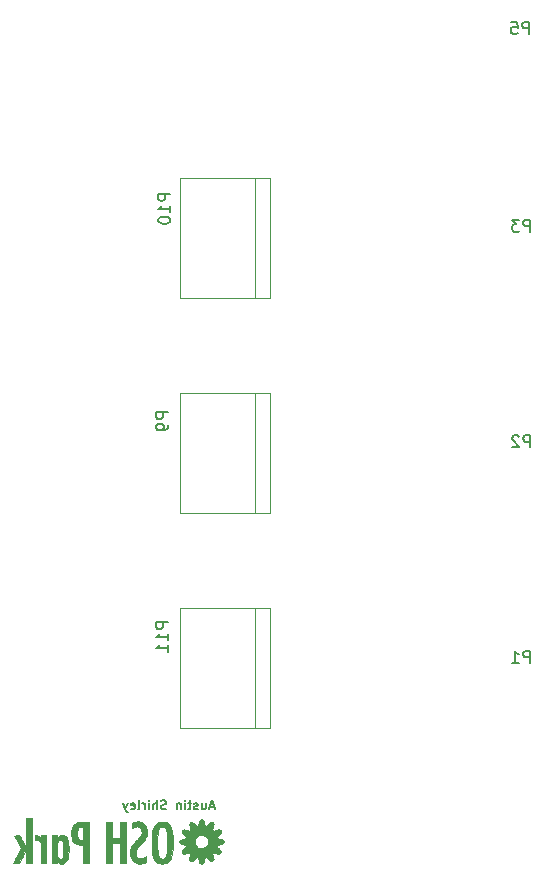
<source format=gbr>
G04 #@! TF.FileFunction,Legend,Bot*
%FSLAX46Y46*%
G04 Gerber Fmt 4.6, Leading zero omitted, Abs format (unit mm)*
G04 Created by KiCad (PCBNEW 4.0.4-stable) date 05/10/17 14:11:39*
%MOMM*%
%LPD*%
G01*
G04 APERTURE LIST*
%ADD10C,0.100000*%
%ADD11C,0.190500*%
%ADD12C,0.120000*%
%ADD13C,0.010000*%
%ADD14C,0.150000*%
G04 APERTURE END LIST*
D10*
D11*
X74060000Y-118377000D02*
X73697143Y-118377000D01*
X74132572Y-118594714D02*
X73878572Y-117832714D01*
X73624572Y-118594714D01*
X73044000Y-118086714D02*
X73044000Y-118594714D01*
X73370571Y-118086714D02*
X73370571Y-118485857D01*
X73334286Y-118558429D01*
X73261714Y-118594714D01*
X73152857Y-118594714D01*
X73080286Y-118558429D01*
X73044000Y-118522143D01*
X72717428Y-118558429D02*
X72644857Y-118594714D01*
X72499714Y-118594714D01*
X72427142Y-118558429D01*
X72390857Y-118485857D01*
X72390857Y-118449571D01*
X72427142Y-118377000D01*
X72499714Y-118340714D01*
X72608571Y-118340714D01*
X72681142Y-118304429D01*
X72717428Y-118231857D01*
X72717428Y-118195571D01*
X72681142Y-118123000D01*
X72608571Y-118086714D01*
X72499714Y-118086714D01*
X72427142Y-118123000D01*
X72173143Y-118086714D02*
X71882857Y-118086714D01*
X72064285Y-117832714D02*
X72064285Y-118485857D01*
X72028000Y-118558429D01*
X71955428Y-118594714D01*
X71882857Y-118594714D01*
X71628856Y-118594714D02*
X71628856Y-118086714D01*
X71628856Y-117832714D02*
X71665142Y-117869000D01*
X71628856Y-117905286D01*
X71592571Y-117869000D01*
X71628856Y-117832714D01*
X71628856Y-117905286D01*
X71265999Y-118086714D02*
X71265999Y-118594714D01*
X71265999Y-118159286D02*
X71229714Y-118123000D01*
X71157142Y-118086714D01*
X71048285Y-118086714D01*
X70975714Y-118123000D01*
X70939428Y-118195571D01*
X70939428Y-118594714D01*
X70032285Y-118558429D02*
X69923428Y-118594714D01*
X69741999Y-118594714D01*
X69669428Y-118558429D01*
X69633142Y-118522143D01*
X69596857Y-118449571D01*
X69596857Y-118377000D01*
X69633142Y-118304429D01*
X69669428Y-118268143D01*
X69741999Y-118231857D01*
X69887142Y-118195571D01*
X69959714Y-118159286D01*
X69995999Y-118123000D01*
X70032285Y-118050429D01*
X70032285Y-117977857D01*
X69995999Y-117905286D01*
X69959714Y-117869000D01*
X69887142Y-117832714D01*
X69705714Y-117832714D01*
X69596857Y-117869000D01*
X69270285Y-118594714D02*
X69270285Y-117832714D01*
X68943714Y-118594714D02*
X68943714Y-118195571D01*
X68980000Y-118123000D01*
X69052571Y-118086714D01*
X69161428Y-118086714D01*
X69234000Y-118123000D01*
X69270285Y-118159286D01*
X68580856Y-118594714D02*
X68580856Y-118086714D01*
X68580856Y-117832714D02*
X68617142Y-117869000D01*
X68580856Y-117905286D01*
X68544571Y-117869000D01*
X68580856Y-117832714D01*
X68580856Y-117905286D01*
X68217999Y-118594714D02*
X68217999Y-118086714D01*
X68217999Y-118231857D02*
X68181714Y-118159286D01*
X68145428Y-118123000D01*
X68072857Y-118086714D01*
X68000285Y-118086714D01*
X67637428Y-118594714D02*
X67710000Y-118558429D01*
X67746285Y-118485857D01*
X67746285Y-117832714D01*
X67056857Y-118558429D02*
X67129428Y-118594714D01*
X67274571Y-118594714D01*
X67347142Y-118558429D01*
X67383428Y-118485857D01*
X67383428Y-118195571D01*
X67347142Y-118123000D01*
X67274571Y-118086714D01*
X67129428Y-118086714D01*
X67056857Y-118123000D01*
X67020571Y-118195571D01*
X67020571Y-118268143D01*
X67383428Y-118340714D01*
X66766571Y-118086714D02*
X66585142Y-118594714D01*
X66403714Y-118086714D02*
X66585142Y-118594714D01*
X66657714Y-118776143D01*
X66693999Y-118812429D01*
X66766571Y-118848714D01*
D12*
X77540000Y-93540000D02*
X77540000Y-83380000D01*
X78810000Y-93540000D02*
X71190000Y-93540000D01*
X71190000Y-93540000D02*
X71190000Y-83380000D01*
X71190000Y-83380000D02*
X78810000Y-83380000D01*
X78810000Y-83380000D02*
X78810000Y-93540000D01*
X77540000Y-75340000D02*
X77540000Y-65180000D01*
X78810000Y-75340000D02*
X71190000Y-75340000D01*
X71190000Y-75340000D02*
X71190000Y-65180000D01*
X71190000Y-65180000D02*
X78810000Y-65180000D01*
X78810000Y-65180000D02*
X78810000Y-75340000D01*
X77540000Y-111740000D02*
X77540000Y-101580000D01*
X78810000Y-111740000D02*
X71190000Y-111740000D01*
X71190000Y-111740000D02*
X71190000Y-101580000D01*
X71190000Y-101580000D02*
X78810000Y-101580000D01*
X78810000Y-101580000D02*
X78810000Y-111740000D01*
D13*
G36*
X72974019Y-119457260D02*
X72908358Y-119498724D01*
X72851688Y-119574857D01*
X72807873Y-119683129D01*
X72805230Y-119692413D01*
X72773336Y-119806703D01*
X72749511Y-119886881D01*
X72730460Y-119939611D01*
X72712888Y-119971560D01*
X72693500Y-119989396D01*
X72669001Y-119999783D01*
X72650654Y-120005163D01*
X72617327Y-120012815D01*
X72589276Y-120010494D01*
X72558463Y-119993273D01*
X72516847Y-119956224D01*
X72456393Y-119894419D01*
X72437195Y-119874314D01*
X72334549Y-119774922D01*
X72248582Y-119711256D01*
X72175545Y-119681962D01*
X72111691Y-119685686D01*
X72053272Y-119721074D01*
X72042121Y-119731621D01*
X72009226Y-119776762D01*
X71992907Y-119834364D01*
X71993068Y-119911346D01*
X72009611Y-120014628D01*
X72036541Y-120128496D01*
X72084020Y-120312743D01*
X72035656Y-120364224D01*
X71987291Y-120415706D01*
X71803669Y-120365186D01*
X71710197Y-120341964D01*
X71622128Y-120324372D01*
X71554559Y-120315299D01*
X71539561Y-120314667D01*
X71455290Y-120332411D01*
X71393842Y-120379751D01*
X71360673Y-120447850D01*
X71361234Y-120527870D01*
X71378698Y-120575350D01*
X71403415Y-120610207D01*
X71450316Y-120665569D01*
X71511413Y-120732241D01*
X71547600Y-120769813D01*
X71614480Y-120839275D01*
X71655856Y-120887300D01*
X71676608Y-120921924D01*
X71681620Y-120951182D01*
X71676209Y-120981480D01*
X71663326Y-121012374D01*
X71638669Y-121038288D01*
X71595991Y-121062141D01*
X71529046Y-121086858D01*
X71431586Y-121115361D01*
X71335947Y-121140660D01*
X71250290Y-121175934D01*
X71179970Y-121229223D01*
X71134477Y-121291616D01*
X71122333Y-121341250D01*
X71142456Y-121408051D01*
X71198668Y-121470311D01*
X71284732Y-121522654D01*
X71367912Y-121552954D01*
X71482344Y-121585299D01*
X71562554Y-121609929D01*
X71615213Y-121630079D01*
X71646992Y-121648979D01*
X71664563Y-121669861D01*
X71674598Y-121695957D01*
X71676365Y-121702374D01*
X71681713Y-121734658D01*
X71675077Y-121764882D01*
X71651445Y-121801567D01*
X71605803Y-121853228D01*
X71558839Y-121902078D01*
X71463088Y-122004826D01*
X71398346Y-122086899D01*
X71362429Y-122153898D01*
X71353155Y-122211425D01*
X71368341Y-122265079D01*
X71399036Y-122312062D01*
X71439904Y-122347469D01*
X71496941Y-122365475D01*
X71575980Y-122366212D01*
X71682857Y-122349812D01*
X71804847Y-122321238D01*
X71989943Y-122273536D01*
X72037204Y-122320796D01*
X72084464Y-122368057D01*
X72036762Y-122553153D01*
X72005360Y-122689419D01*
X71990979Y-122792701D01*
X71993751Y-122868835D01*
X72013807Y-122923656D01*
X72045938Y-122958964D01*
X72100525Y-122993241D01*
X72154192Y-123005064D01*
X72212570Y-122992251D01*
X72281290Y-122952619D01*
X72365985Y-122883989D01*
X72455833Y-122800166D01*
X72524299Y-122735887D01*
X72572248Y-122697360D01*
X72608089Y-122679430D01*
X72640228Y-122676938D01*
X72653353Y-122678993D01*
X72685035Y-122688209D01*
X72709554Y-122706016D01*
X72730538Y-122739438D01*
X72751613Y-122795503D01*
X72776407Y-122881236D01*
X72796001Y-122955299D01*
X72824343Y-123052536D01*
X72852106Y-123118542D01*
X72884392Y-123164035D01*
X72904300Y-123182840D01*
X72978817Y-123226830D01*
X73049565Y-123228855D01*
X73118898Y-123188841D01*
X73133078Y-123175512D01*
X73177132Y-123115374D01*
X73211655Y-123040902D01*
X73217340Y-123022053D01*
X73250535Y-122897937D01*
X73277779Y-122808968D01*
X73301993Y-122748897D01*
X73326099Y-122711478D01*
X73353020Y-122690465D01*
X73376520Y-122681791D01*
X73408151Y-122676335D01*
X73437479Y-122681960D01*
X73472540Y-122703548D01*
X73521369Y-122745981D01*
X73588187Y-122810400D01*
X73657147Y-122875853D01*
X73719774Y-122931433D01*
X73766875Y-122969153D01*
X73782650Y-122979302D01*
X73865508Y-123001494D01*
X73941474Y-122986851D01*
X74001711Y-122940827D01*
X74037381Y-122868875D01*
X74043333Y-122818439D01*
X74037643Y-122760759D01*
X74022497Y-122677683D01*
X74000784Y-122584308D01*
X73992814Y-122554331D01*
X73942294Y-122370709D01*
X73993776Y-122322344D01*
X74045257Y-122273980D01*
X74229504Y-122321459D01*
X74360635Y-122351876D01*
X74459576Y-122365994D01*
X74533244Y-122363715D01*
X74588559Y-122344941D01*
X74626379Y-122315879D01*
X74667823Y-122258086D01*
X74677869Y-122195594D01*
X74655162Y-122124656D01*
X74598349Y-122041522D01*
X74506077Y-121942446D01*
X74483686Y-121920805D01*
X74414851Y-121854322D01*
X74372017Y-121808709D01*
X74350254Y-121775927D01*
X74344635Y-121747937D01*
X74350234Y-121716701D01*
X74352837Y-121707346D01*
X74361956Y-121678245D01*
X74374557Y-121656214D01*
X74397308Y-121637959D01*
X74436874Y-121620185D01*
X74499922Y-121599597D01*
X74593118Y-121572899D01*
X74665587Y-121552770D01*
X74776153Y-121510067D01*
X74854768Y-121454222D01*
X74898902Y-121389097D01*
X74906028Y-121318557D01*
X74889650Y-121282123D01*
X73574895Y-121282123D01*
X73574506Y-121379053D01*
X73566442Y-121473552D01*
X73550309Y-121543856D01*
X73521137Y-121607991D01*
X73502834Y-121638990D01*
X73410405Y-121751732D01*
X73292825Y-121838452D01*
X73159304Y-121894476D01*
X73019052Y-121915131D01*
X72963833Y-121912518D01*
X72890260Y-121896654D01*
X72804195Y-121866875D01*
X72753076Y-121843849D01*
X72633021Y-121761283D01*
X72539102Y-121652439D01*
X72475311Y-121525224D01*
X72445637Y-121387546D01*
X72453461Y-121250313D01*
X72503188Y-121094135D01*
X72582498Y-120967391D01*
X72689187Y-120871904D01*
X72821048Y-120809500D01*
X72975874Y-120782001D01*
X73021362Y-120780798D01*
X73163817Y-120794408D01*
X73283129Y-120837340D01*
X73390583Y-120914281D01*
X73426486Y-120949089D01*
X73506705Y-121049400D01*
X73554915Y-121156750D01*
X73574895Y-121282123D01*
X74889650Y-121282123D01*
X74873618Y-121246463D01*
X74869551Y-121241136D01*
X74840475Y-121209722D01*
X74803508Y-121183809D01*
X74750708Y-121159955D01*
X74674132Y-121134714D01*
X74565837Y-121104642D01*
X74537765Y-121097245D01*
X74453253Y-121074127D01*
X74401070Y-121055544D01*
X74372361Y-121036222D01*
X74358275Y-121010887D01*
X74352383Y-120986793D01*
X74349019Y-120954033D01*
X74356740Y-120922975D01*
X74380502Y-120885612D01*
X74425259Y-120833936D01*
X74487111Y-120769062D01*
X74583084Y-120663063D01*
X74645226Y-120576054D01*
X74675037Y-120503701D01*
X74674017Y-120441671D01*
X74643664Y-120385632D01*
X74626379Y-120366621D01*
X74580530Y-120333458D01*
X74522017Y-120317532D01*
X74444010Y-120318816D01*
X74339678Y-120337282D01*
X74230596Y-120364976D01*
X74047739Y-120415285D01*
X73942715Y-120310261D01*
X73993024Y-120127404D01*
X74016198Y-120034071D01*
X74033731Y-119946113D01*
X74042729Y-119878690D01*
X74043333Y-119864062D01*
X74025791Y-119780252D01*
X73979251Y-119719186D01*
X73912841Y-119685816D01*
X73835688Y-119685095D01*
X73767585Y-119714445D01*
X73728847Y-119744855D01*
X73670549Y-119796048D01*
X73603024Y-119858836D01*
X73576781Y-119884130D01*
X73509273Y-119948337D01*
X73462366Y-119987146D01*
X73427367Y-120005722D01*
X73395586Y-120009233D01*
X73372102Y-120005796D01*
X73339040Y-119996692D01*
X73315894Y-119979393D01*
X73297347Y-119945037D01*
X73278083Y-119884763D01*
X73260755Y-119820235D01*
X73229201Y-119704116D01*
X73203215Y-119621417D01*
X73179354Y-119564195D01*
X73154172Y-119524506D01*
X73124225Y-119494409D01*
X73116864Y-119488449D01*
X73044809Y-119452992D01*
X72974019Y-119457260D01*
X72974019Y-119457260D01*
G37*
X72974019Y-119457260D02*
X72908358Y-119498724D01*
X72851688Y-119574857D01*
X72807873Y-119683129D01*
X72805230Y-119692413D01*
X72773336Y-119806703D01*
X72749511Y-119886881D01*
X72730460Y-119939611D01*
X72712888Y-119971560D01*
X72693500Y-119989396D01*
X72669001Y-119999783D01*
X72650654Y-120005163D01*
X72617327Y-120012815D01*
X72589276Y-120010494D01*
X72558463Y-119993273D01*
X72516847Y-119956224D01*
X72456393Y-119894419D01*
X72437195Y-119874314D01*
X72334549Y-119774922D01*
X72248582Y-119711256D01*
X72175545Y-119681962D01*
X72111691Y-119685686D01*
X72053272Y-119721074D01*
X72042121Y-119731621D01*
X72009226Y-119776762D01*
X71992907Y-119834364D01*
X71993068Y-119911346D01*
X72009611Y-120014628D01*
X72036541Y-120128496D01*
X72084020Y-120312743D01*
X72035656Y-120364224D01*
X71987291Y-120415706D01*
X71803669Y-120365186D01*
X71710197Y-120341964D01*
X71622128Y-120324372D01*
X71554559Y-120315299D01*
X71539561Y-120314667D01*
X71455290Y-120332411D01*
X71393842Y-120379751D01*
X71360673Y-120447850D01*
X71361234Y-120527870D01*
X71378698Y-120575350D01*
X71403415Y-120610207D01*
X71450316Y-120665569D01*
X71511413Y-120732241D01*
X71547600Y-120769813D01*
X71614480Y-120839275D01*
X71655856Y-120887300D01*
X71676608Y-120921924D01*
X71681620Y-120951182D01*
X71676209Y-120981480D01*
X71663326Y-121012374D01*
X71638669Y-121038288D01*
X71595991Y-121062141D01*
X71529046Y-121086858D01*
X71431586Y-121115361D01*
X71335947Y-121140660D01*
X71250290Y-121175934D01*
X71179970Y-121229223D01*
X71134477Y-121291616D01*
X71122333Y-121341250D01*
X71142456Y-121408051D01*
X71198668Y-121470311D01*
X71284732Y-121522654D01*
X71367912Y-121552954D01*
X71482344Y-121585299D01*
X71562554Y-121609929D01*
X71615213Y-121630079D01*
X71646992Y-121648979D01*
X71664563Y-121669861D01*
X71674598Y-121695957D01*
X71676365Y-121702374D01*
X71681713Y-121734658D01*
X71675077Y-121764882D01*
X71651445Y-121801567D01*
X71605803Y-121853228D01*
X71558839Y-121902078D01*
X71463088Y-122004826D01*
X71398346Y-122086899D01*
X71362429Y-122153898D01*
X71353155Y-122211425D01*
X71368341Y-122265079D01*
X71399036Y-122312062D01*
X71439904Y-122347469D01*
X71496941Y-122365475D01*
X71575980Y-122366212D01*
X71682857Y-122349812D01*
X71804847Y-122321238D01*
X71989943Y-122273536D01*
X72037204Y-122320796D01*
X72084464Y-122368057D01*
X72036762Y-122553153D01*
X72005360Y-122689419D01*
X71990979Y-122792701D01*
X71993751Y-122868835D01*
X72013807Y-122923656D01*
X72045938Y-122958964D01*
X72100525Y-122993241D01*
X72154192Y-123005064D01*
X72212570Y-122992251D01*
X72281290Y-122952619D01*
X72365985Y-122883989D01*
X72455833Y-122800166D01*
X72524299Y-122735887D01*
X72572248Y-122697360D01*
X72608089Y-122679430D01*
X72640228Y-122676938D01*
X72653353Y-122678993D01*
X72685035Y-122688209D01*
X72709554Y-122706016D01*
X72730538Y-122739438D01*
X72751613Y-122795503D01*
X72776407Y-122881236D01*
X72796001Y-122955299D01*
X72824343Y-123052536D01*
X72852106Y-123118542D01*
X72884392Y-123164035D01*
X72904300Y-123182840D01*
X72978817Y-123226830D01*
X73049565Y-123228855D01*
X73118898Y-123188841D01*
X73133078Y-123175512D01*
X73177132Y-123115374D01*
X73211655Y-123040902D01*
X73217340Y-123022053D01*
X73250535Y-122897937D01*
X73277779Y-122808968D01*
X73301993Y-122748897D01*
X73326099Y-122711478D01*
X73353020Y-122690465D01*
X73376520Y-122681791D01*
X73408151Y-122676335D01*
X73437479Y-122681960D01*
X73472540Y-122703548D01*
X73521369Y-122745981D01*
X73588187Y-122810400D01*
X73657147Y-122875853D01*
X73719774Y-122931433D01*
X73766875Y-122969153D01*
X73782650Y-122979302D01*
X73865508Y-123001494D01*
X73941474Y-122986851D01*
X74001711Y-122940827D01*
X74037381Y-122868875D01*
X74043333Y-122818439D01*
X74037643Y-122760759D01*
X74022497Y-122677683D01*
X74000784Y-122584308D01*
X73992814Y-122554331D01*
X73942294Y-122370709D01*
X73993776Y-122322344D01*
X74045257Y-122273980D01*
X74229504Y-122321459D01*
X74360635Y-122351876D01*
X74459576Y-122365994D01*
X74533244Y-122363715D01*
X74588559Y-122344941D01*
X74626379Y-122315879D01*
X74667823Y-122258086D01*
X74677869Y-122195594D01*
X74655162Y-122124656D01*
X74598349Y-122041522D01*
X74506077Y-121942446D01*
X74483686Y-121920805D01*
X74414851Y-121854322D01*
X74372017Y-121808709D01*
X74350254Y-121775927D01*
X74344635Y-121747937D01*
X74350234Y-121716701D01*
X74352837Y-121707346D01*
X74361956Y-121678245D01*
X74374557Y-121656214D01*
X74397308Y-121637959D01*
X74436874Y-121620185D01*
X74499922Y-121599597D01*
X74593118Y-121572899D01*
X74665587Y-121552770D01*
X74776153Y-121510067D01*
X74854768Y-121454222D01*
X74898902Y-121389097D01*
X74906028Y-121318557D01*
X74889650Y-121282123D01*
X73574895Y-121282123D01*
X73574506Y-121379053D01*
X73566442Y-121473552D01*
X73550309Y-121543856D01*
X73521137Y-121607991D01*
X73502834Y-121638990D01*
X73410405Y-121751732D01*
X73292825Y-121838452D01*
X73159304Y-121894476D01*
X73019052Y-121915131D01*
X72963833Y-121912518D01*
X72890260Y-121896654D01*
X72804195Y-121866875D01*
X72753076Y-121843849D01*
X72633021Y-121761283D01*
X72539102Y-121652439D01*
X72475311Y-121525224D01*
X72445637Y-121387546D01*
X72453461Y-121250313D01*
X72503188Y-121094135D01*
X72582498Y-120967391D01*
X72689187Y-120871904D01*
X72821048Y-120809500D01*
X72975874Y-120782001D01*
X73021362Y-120780798D01*
X73163817Y-120794408D01*
X73283129Y-120837340D01*
X73390583Y-120914281D01*
X73426486Y-120949089D01*
X73506705Y-121049400D01*
X73554915Y-121156750D01*
X73574895Y-121282123D01*
X74889650Y-121282123D01*
X74873618Y-121246463D01*
X74869551Y-121241136D01*
X74840475Y-121209722D01*
X74803508Y-121183809D01*
X74750708Y-121159955D01*
X74674132Y-121134714D01*
X74565837Y-121104642D01*
X74537765Y-121097245D01*
X74453253Y-121074127D01*
X74401070Y-121055544D01*
X74372361Y-121036222D01*
X74358275Y-121010887D01*
X74352383Y-120986793D01*
X74349019Y-120954033D01*
X74356740Y-120922975D01*
X74380502Y-120885612D01*
X74425259Y-120833936D01*
X74487111Y-120769062D01*
X74583084Y-120663063D01*
X74645226Y-120576054D01*
X74675037Y-120503701D01*
X74674017Y-120441671D01*
X74643664Y-120385632D01*
X74626379Y-120366621D01*
X74580530Y-120333458D01*
X74522017Y-120317532D01*
X74444010Y-120318816D01*
X74339678Y-120337282D01*
X74230596Y-120364976D01*
X74047739Y-120415285D01*
X73942715Y-120310261D01*
X73993024Y-120127404D01*
X74016198Y-120034071D01*
X74033731Y-119946113D01*
X74042729Y-119878690D01*
X74043333Y-119864062D01*
X74025791Y-119780252D01*
X73979251Y-119719186D01*
X73912841Y-119685816D01*
X73835688Y-119685095D01*
X73767585Y-119714445D01*
X73728847Y-119744855D01*
X73670549Y-119796048D01*
X73603024Y-119858836D01*
X73576781Y-119884130D01*
X73509273Y-119948337D01*
X73462366Y-119987146D01*
X73427367Y-120005722D01*
X73395586Y-120009233D01*
X73372102Y-120005796D01*
X73339040Y-119996692D01*
X73315894Y-119979393D01*
X73297347Y-119945037D01*
X73278083Y-119884763D01*
X73260755Y-119820235D01*
X73229201Y-119704116D01*
X73203215Y-119621417D01*
X73179354Y-119564195D01*
X73154172Y-119524506D01*
X73124225Y-119494409D01*
X73116864Y-119488449D01*
X73044809Y-119452992D01*
X72974019Y-119457260D01*
G36*
X69548451Y-119652561D02*
X69443289Y-119667363D01*
X69415086Y-119674663D01*
X69274330Y-119735095D01*
X69153304Y-119825729D01*
X69051116Y-119948189D01*
X68966873Y-120104095D01*
X68899681Y-120295071D01*
X68848647Y-120522737D01*
X68815468Y-120763415D01*
X68807451Y-120868516D01*
X68801425Y-121006519D01*
X68797387Y-121168190D01*
X68795334Y-121344293D01*
X68795262Y-121525594D01*
X68797167Y-121702858D01*
X68801046Y-121866849D01*
X68806897Y-122008333D01*
X68814714Y-122118075D01*
X68815982Y-122130543D01*
X68855809Y-122395088D01*
X68914667Y-122622132D01*
X68992515Y-122811591D01*
X69089309Y-122963384D01*
X69205004Y-123077428D01*
X69339558Y-123153640D01*
X69360331Y-123161439D01*
X69469432Y-123188244D01*
X69601766Y-123203381D01*
X69740089Y-123206236D01*
X69867156Y-123196192D01*
X69937000Y-123182053D01*
X70093444Y-123117176D01*
X70230143Y-123016624D01*
X70344005Y-122883643D01*
X70431941Y-122721477D01*
X70466614Y-122625984D01*
X70516644Y-122429134D01*
X70555660Y-122203188D01*
X70583728Y-121955420D01*
X70600916Y-121693105D01*
X70607288Y-121423518D01*
X70606356Y-121366090D01*
X70096118Y-121366090D01*
X70095612Y-121550540D01*
X70093631Y-121729677D01*
X70090178Y-121896699D01*
X70085251Y-122044803D01*
X70078852Y-122167185D01*
X70070983Y-122257043D01*
X70067978Y-122278936D01*
X70037930Y-122436254D01*
X70001946Y-122557052D01*
X69957099Y-122647035D01*
X69900463Y-122711908D01*
X69829111Y-122757378D01*
X69820583Y-122761287D01*
X69731655Y-122785782D01*
X69639892Y-122786981D01*
X69570483Y-122767414D01*
X69500840Y-122720540D01*
X69442214Y-122655342D01*
X69393907Y-122568772D01*
X69355221Y-122457780D01*
X69325461Y-122319316D01*
X69303929Y-122150331D01*
X69289928Y-121947775D01*
X69282760Y-121708600D01*
X69281451Y-121503049D01*
X69284947Y-121201433D01*
X69294591Y-120940347D01*
X69310554Y-120718410D01*
X69333005Y-120534243D01*
X69362114Y-120386467D01*
X69398052Y-120273701D01*
X69440988Y-120194566D01*
X69443033Y-120191845D01*
X69527598Y-120114006D01*
X69631959Y-120071319D01*
X69738636Y-120066204D01*
X69837048Y-120092446D01*
X69917163Y-120148617D01*
X69980947Y-120237479D01*
X70030369Y-120361792D01*
X70067394Y-120524317D01*
X70068160Y-120528788D01*
X70076513Y-120602253D01*
X70083388Y-120711223D01*
X70088785Y-120848894D01*
X70092706Y-121008464D01*
X70095150Y-121183131D01*
X70096118Y-121366090D01*
X70606356Y-121366090D01*
X70602911Y-121153933D01*
X70587851Y-120891625D01*
X70562175Y-120643870D01*
X70525947Y-120417942D01*
X70479235Y-120221116D01*
X70443794Y-120113584D01*
X70382288Y-119995446D01*
X70293160Y-119881881D01*
X70186939Y-119783490D01*
X70074155Y-119710875D01*
X70021666Y-119688593D01*
X69926094Y-119666002D01*
X69805162Y-119652232D01*
X69674178Y-119647635D01*
X69548451Y-119652561D01*
X69548451Y-119652561D01*
G37*
X69548451Y-119652561D02*
X69443289Y-119667363D01*
X69415086Y-119674663D01*
X69274330Y-119735095D01*
X69153304Y-119825729D01*
X69051116Y-119948189D01*
X68966873Y-120104095D01*
X68899681Y-120295071D01*
X68848647Y-120522737D01*
X68815468Y-120763415D01*
X68807451Y-120868516D01*
X68801425Y-121006519D01*
X68797387Y-121168190D01*
X68795334Y-121344293D01*
X68795262Y-121525594D01*
X68797167Y-121702858D01*
X68801046Y-121866849D01*
X68806897Y-122008333D01*
X68814714Y-122118075D01*
X68815982Y-122130543D01*
X68855809Y-122395088D01*
X68914667Y-122622132D01*
X68992515Y-122811591D01*
X69089309Y-122963384D01*
X69205004Y-123077428D01*
X69339558Y-123153640D01*
X69360331Y-123161439D01*
X69469432Y-123188244D01*
X69601766Y-123203381D01*
X69740089Y-123206236D01*
X69867156Y-123196192D01*
X69937000Y-123182053D01*
X70093444Y-123117176D01*
X70230143Y-123016624D01*
X70344005Y-122883643D01*
X70431941Y-122721477D01*
X70466614Y-122625984D01*
X70516644Y-122429134D01*
X70555660Y-122203188D01*
X70583728Y-121955420D01*
X70600916Y-121693105D01*
X70607288Y-121423518D01*
X70606356Y-121366090D01*
X70096118Y-121366090D01*
X70095612Y-121550540D01*
X70093631Y-121729677D01*
X70090178Y-121896699D01*
X70085251Y-122044803D01*
X70078852Y-122167185D01*
X70070983Y-122257043D01*
X70067978Y-122278936D01*
X70037930Y-122436254D01*
X70001946Y-122557052D01*
X69957099Y-122647035D01*
X69900463Y-122711908D01*
X69829111Y-122757378D01*
X69820583Y-122761287D01*
X69731655Y-122785782D01*
X69639892Y-122786981D01*
X69570483Y-122767414D01*
X69500840Y-122720540D01*
X69442214Y-122655342D01*
X69393907Y-122568772D01*
X69355221Y-122457780D01*
X69325461Y-122319316D01*
X69303929Y-122150331D01*
X69289928Y-121947775D01*
X69282760Y-121708600D01*
X69281451Y-121503049D01*
X69284947Y-121201433D01*
X69294591Y-120940347D01*
X69310554Y-120718410D01*
X69333005Y-120534243D01*
X69362114Y-120386467D01*
X69398052Y-120273701D01*
X69440988Y-120194566D01*
X69443033Y-120191845D01*
X69527598Y-120114006D01*
X69631959Y-120071319D01*
X69738636Y-120066204D01*
X69837048Y-120092446D01*
X69917163Y-120148617D01*
X69980947Y-120237479D01*
X70030369Y-120361792D01*
X70067394Y-120524317D01*
X70068160Y-120528788D01*
X70076513Y-120602253D01*
X70083388Y-120711223D01*
X70088785Y-120848894D01*
X70092706Y-121008464D01*
X70095150Y-121183131D01*
X70096118Y-121366090D01*
X70606356Y-121366090D01*
X70602911Y-121153933D01*
X70587851Y-120891625D01*
X70562175Y-120643870D01*
X70525947Y-120417942D01*
X70479235Y-120221116D01*
X70443794Y-120113584D01*
X70382288Y-119995446D01*
X70293160Y-119881881D01*
X70186939Y-119783490D01*
X70074155Y-119710875D01*
X70021666Y-119688593D01*
X69926094Y-119666002D01*
X69805162Y-119652232D01*
X69674178Y-119647635D01*
X69548451Y-119652561D01*
G36*
X67584996Y-119642023D02*
X67569038Y-119643093D01*
X67458677Y-119656239D01*
X67349999Y-119678356D01*
X67255069Y-119706274D01*
X67185951Y-119736826D01*
X67169458Y-119748062D01*
X67155464Y-119779528D01*
X67146771Y-119848238D01*
X67143143Y-119956338D01*
X67143000Y-119989013D01*
X67143000Y-120208509D01*
X67268460Y-120142745D01*
X67415043Y-120083348D01*
X67550387Y-120064749D01*
X67674559Y-120086951D01*
X67787626Y-120149955D01*
X67802716Y-120162152D01*
X67882193Y-120256256D01*
X67930674Y-120377337D01*
X67946868Y-120517883D01*
X67944314Y-120600195D01*
X67933888Y-120673759D01*
X67912399Y-120743947D01*
X67876655Y-120816126D01*
X67823467Y-120895665D01*
X67749642Y-120987935D01*
X67651990Y-121098302D01*
X67527320Y-121232138D01*
X67513988Y-121246233D01*
X67421186Y-121346517D01*
X67332158Y-121446813D01*
X67253820Y-121539029D01*
X67193090Y-121615075D01*
X67163602Y-121656104D01*
X67065056Y-121843944D01*
X67003897Y-122046988D01*
X66980679Y-122259574D01*
X66995956Y-122476037D01*
X67050282Y-122690715D01*
X67059824Y-122717084D01*
X67097711Y-122799841D01*
X67150389Y-122877696D01*
X67226958Y-122963605D01*
X67247790Y-122984749D01*
X67322338Y-123056303D01*
X67382719Y-123104296D01*
X67442235Y-123137382D01*
X67514185Y-123164216D01*
X67532414Y-123169958D01*
X67696569Y-123204137D01*
X67867635Y-123210822D01*
X68019068Y-123190927D01*
X68087064Y-123168868D01*
X68166723Y-123134680D01*
X68204276Y-123115605D01*
X68307166Y-123059606D01*
X68307166Y-122830136D01*
X68306220Y-122737306D01*
X68303657Y-122662489D01*
X68299889Y-122614291D01*
X68296163Y-122600667D01*
X68273185Y-122610987D01*
X68228008Y-122637032D01*
X68204699Y-122651458D01*
X68058665Y-122725404D01*
X67916412Y-122761844D01*
X67782179Y-122760147D01*
X67680293Y-122729506D01*
X67580287Y-122662537D01*
X67507186Y-122568588D01*
X67461443Y-122453731D01*
X67443510Y-122324035D01*
X67453839Y-122185572D01*
X67492883Y-122044413D01*
X67561095Y-121906628D01*
X67613384Y-121831692D01*
X67650849Y-121787195D01*
X67711318Y-121719259D01*
X67788394Y-121634903D01*
X67875678Y-121541144D01*
X67947205Y-121465502D01*
X68087797Y-121313291D01*
X68198479Y-121180964D01*
X68282315Y-121061852D01*
X68342368Y-120949290D01*
X68381700Y-120836608D01*
X68403373Y-120717140D01*
X68410450Y-120584218D01*
X68407632Y-120463098D01*
X68393886Y-120300057D01*
X68366910Y-120167924D01*
X68322603Y-120056272D01*
X68256863Y-119954669D01*
X68168905Y-119856022D01*
X68097426Y-119787440D01*
X68037996Y-119741812D01*
X67975452Y-119709663D01*
X67894633Y-119681517D01*
X67884937Y-119678550D01*
X67780827Y-119651384D01*
X67689243Y-119640150D01*
X67584996Y-119642023D01*
X67584996Y-119642023D01*
G37*
X67584996Y-119642023D02*
X67569038Y-119643093D01*
X67458677Y-119656239D01*
X67349999Y-119678356D01*
X67255069Y-119706274D01*
X67185951Y-119736826D01*
X67169458Y-119748062D01*
X67155464Y-119779528D01*
X67146771Y-119848238D01*
X67143143Y-119956338D01*
X67143000Y-119989013D01*
X67143000Y-120208509D01*
X67268460Y-120142745D01*
X67415043Y-120083348D01*
X67550387Y-120064749D01*
X67674559Y-120086951D01*
X67787626Y-120149955D01*
X67802716Y-120162152D01*
X67882193Y-120256256D01*
X67930674Y-120377337D01*
X67946868Y-120517883D01*
X67944314Y-120600195D01*
X67933888Y-120673759D01*
X67912399Y-120743947D01*
X67876655Y-120816126D01*
X67823467Y-120895665D01*
X67749642Y-120987935D01*
X67651990Y-121098302D01*
X67527320Y-121232138D01*
X67513988Y-121246233D01*
X67421186Y-121346517D01*
X67332158Y-121446813D01*
X67253820Y-121539029D01*
X67193090Y-121615075D01*
X67163602Y-121656104D01*
X67065056Y-121843944D01*
X67003897Y-122046988D01*
X66980679Y-122259574D01*
X66995956Y-122476037D01*
X67050282Y-122690715D01*
X67059824Y-122717084D01*
X67097711Y-122799841D01*
X67150389Y-122877696D01*
X67226958Y-122963605D01*
X67247790Y-122984749D01*
X67322338Y-123056303D01*
X67382719Y-123104296D01*
X67442235Y-123137382D01*
X67514185Y-123164216D01*
X67532414Y-123169958D01*
X67696569Y-123204137D01*
X67867635Y-123210822D01*
X68019068Y-123190927D01*
X68087064Y-123168868D01*
X68166723Y-123134680D01*
X68204276Y-123115605D01*
X68307166Y-123059606D01*
X68307166Y-122830136D01*
X68306220Y-122737306D01*
X68303657Y-122662489D01*
X68299889Y-122614291D01*
X68296163Y-122600667D01*
X68273185Y-122610987D01*
X68228008Y-122637032D01*
X68204699Y-122651458D01*
X68058665Y-122725404D01*
X67916412Y-122761844D01*
X67782179Y-122760147D01*
X67680293Y-122729506D01*
X67580287Y-122662537D01*
X67507186Y-122568588D01*
X67461443Y-122453731D01*
X67443510Y-122324035D01*
X67453839Y-122185572D01*
X67492883Y-122044413D01*
X67561095Y-121906628D01*
X67613384Y-121831692D01*
X67650849Y-121787195D01*
X67711318Y-121719259D01*
X67788394Y-121634903D01*
X67875678Y-121541144D01*
X67947205Y-121465502D01*
X68087797Y-121313291D01*
X68198479Y-121180964D01*
X68282315Y-121061852D01*
X68342368Y-120949290D01*
X68381700Y-120836608D01*
X68403373Y-120717140D01*
X68410450Y-120584218D01*
X68407632Y-120463098D01*
X68393886Y-120300057D01*
X68366910Y-120167924D01*
X68322603Y-120056272D01*
X68256863Y-119954669D01*
X68168905Y-119856022D01*
X68097426Y-119787440D01*
X68037996Y-119741812D01*
X67975452Y-119709663D01*
X67894633Y-119681517D01*
X67884937Y-119678550D01*
X67780827Y-119651384D01*
X67689243Y-119640150D01*
X67584996Y-119642023D01*
G36*
X61050732Y-120816702D02*
X60942478Y-120884981D01*
X60866334Y-120965545D01*
X60793000Y-121061588D01*
X60793000Y-120822667D01*
X60348500Y-120822667D01*
X60348500Y-123172167D01*
X60793000Y-123172167D01*
X60793643Y-123029292D01*
X60795172Y-122955814D01*
X60799703Y-122919605D01*
X60808416Y-122915642D01*
X60817307Y-122928750D01*
X60902002Y-123057692D01*
X60995408Y-123146808D01*
X61100493Y-123198211D01*
X61217724Y-123214035D01*
X61300277Y-123204038D01*
X61383127Y-123180002D01*
X61396250Y-123174371D01*
X61494451Y-123113322D01*
X61576522Y-123027217D01*
X61643203Y-122913673D01*
X61695237Y-122770307D01*
X61733367Y-122594739D01*
X61758333Y-122384584D01*
X61770879Y-122137461D01*
X61772746Y-121965667D01*
X61771142Y-121837372D01*
X61318536Y-121837372D01*
X61318142Y-121974944D01*
X61315605Y-122117558D01*
X61311115Y-122256957D01*
X61304860Y-122384883D01*
X61297033Y-122493075D01*
X61287821Y-122573277D01*
X61280278Y-122609582D01*
X61235444Y-122703873D01*
X61171695Y-122770718D01*
X61096248Y-122806746D01*
X61016316Y-122808591D01*
X60939114Y-122772881D01*
X60935894Y-122770396D01*
X60893087Y-122722874D01*
X60855187Y-122658851D01*
X60849256Y-122645174D01*
X60818513Y-122539163D01*
X60795749Y-122401011D01*
X60780973Y-122240157D01*
X60774196Y-122066037D01*
X60775427Y-121888087D01*
X60784678Y-121715745D01*
X60801957Y-121558447D01*
X60827276Y-121425630D01*
X60847880Y-121357353D01*
X60898702Y-121262850D01*
X60965919Y-121204895D01*
X61045875Y-121185225D01*
X61134913Y-121205577D01*
X61151030Y-121213318D01*
X61213197Y-121267872D01*
X61261777Y-121360690D01*
X61297219Y-121492719D01*
X61304953Y-121537499D01*
X61312131Y-121610391D01*
X61316595Y-121713102D01*
X61318536Y-121837372D01*
X61771142Y-121837372D01*
X61770259Y-121766792D01*
X61762789Y-121601775D01*
X61749254Y-121462322D01*
X61728572Y-121340138D01*
X61699659Y-121226928D01*
X61661758Y-121115257D01*
X61594969Y-120986920D01*
X61506036Y-120888484D01*
X61401053Y-120821098D01*
X61286112Y-120785907D01*
X61167307Y-120784060D01*
X61050732Y-120816702D01*
X61050732Y-120816702D01*
G37*
X61050732Y-120816702D02*
X60942478Y-120884981D01*
X60866334Y-120965545D01*
X60793000Y-121061588D01*
X60793000Y-120822667D01*
X60348500Y-120822667D01*
X60348500Y-123172167D01*
X60793000Y-123172167D01*
X60793643Y-123029292D01*
X60795172Y-122955814D01*
X60799703Y-122919605D01*
X60808416Y-122915642D01*
X60817307Y-122928750D01*
X60902002Y-123057692D01*
X60995408Y-123146808D01*
X61100493Y-123198211D01*
X61217724Y-123214035D01*
X61300277Y-123204038D01*
X61383127Y-123180002D01*
X61396250Y-123174371D01*
X61494451Y-123113322D01*
X61576522Y-123027217D01*
X61643203Y-122913673D01*
X61695237Y-122770307D01*
X61733367Y-122594739D01*
X61758333Y-122384584D01*
X61770879Y-122137461D01*
X61772746Y-121965667D01*
X61771142Y-121837372D01*
X61318536Y-121837372D01*
X61318142Y-121974944D01*
X61315605Y-122117558D01*
X61311115Y-122256957D01*
X61304860Y-122384883D01*
X61297033Y-122493075D01*
X61287821Y-122573277D01*
X61280278Y-122609582D01*
X61235444Y-122703873D01*
X61171695Y-122770718D01*
X61096248Y-122806746D01*
X61016316Y-122808591D01*
X60939114Y-122772881D01*
X60935894Y-122770396D01*
X60893087Y-122722874D01*
X60855187Y-122658851D01*
X60849256Y-122645174D01*
X60818513Y-122539163D01*
X60795749Y-122401011D01*
X60780973Y-122240157D01*
X60774196Y-122066037D01*
X60775427Y-121888087D01*
X60784678Y-121715745D01*
X60801957Y-121558447D01*
X60827276Y-121425630D01*
X60847880Y-121357353D01*
X60898702Y-121262850D01*
X60965919Y-121204895D01*
X61045875Y-121185225D01*
X61134913Y-121205577D01*
X61151030Y-121213318D01*
X61213197Y-121267872D01*
X61261777Y-121360690D01*
X61297219Y-121492719D01*
X61304953Y-121537499D01*
X61312131Y-121610391D01*
X61316595Y-121713102D01*
X61318536Y-121837372D01*
X61771142Y-121837372D01*
X61770259Y-121766792D01*
X61762789Y-121601775D01*
X61749254Y-121462322D01*
X61728572Y-121340138D01*
X61699659Y-121226928D01*
X61661758Y-121115257D01*
X61594969Y-120986920D01*
X61506036Y-120888484D01*
X61401053Y-120821098D01*
X61286112Y-120785907D01*
X61167307Y-120784060D01*
X61050732Y-120816702D01*
G36*
X66127000Y-121034334D02*
X65428500Y-121034334D01*
X65428500Y-119679667D01*
X64962833Y-119679667D01*
X64962833Y-123172167D01*
X65428500Y-123172167D01*
X65428500Y-121436500D01*
X66127000Y-121436500D01*
X66127000Y-123172167D01*
X66592666Y-123172167D01*
X66592666Y-119679667D01*
X66127000Y-119679667D01*
X66127000Y-121034334D01*
X66127000Y-121034334D01*
G37*
X66127000Y-121034334D02*
X65428500Y-121034334D01*
X65428500Y-119679667D01*
X64962833Y-119679667D01*
X64962833Y-123172167D01*
X65428500Y-123172167D01*
X65428500Y-121436500D01*
X66127000Y-121436500D01*
X66127000Y-123172167D01*
X66592666Y-123172167D01*
X66592666Y-119679667D01*
X66127000Y-119679667D01*
X66127000Y-121034334D01*
G36*
X62854407Y-119683919D02*
X62668013Y-119698060D01*
X62514185Y-119724165D01*
X62388403Y-119764311D01*
X62286146Y-119820574D01*
X62202893Y-119895029D01*
X62134126Y-119989752D01*
X62075323Y-120106820D01*
X62058456Y-120147860D01*
X62038101Y-120208763D01*
X62023610Y-120277672D01*
X62013652Y-120364430D01*
X62006895Y-120478876D01*
X62004366Y-120547500D01*
X62002225Y-120723920D01*
X62009296Y-120868609D01*
X62026978Y-120991442D01*
X62056671Y-121102295D01*
X62097729Y-121206510D01*
X62174289Y-121338321D01*
X62274987Y-121442876D01*
X62402976Y-121521994D01*
X62561410Y-121577492D01*
X62753440Y-121611186D01*
X62809125Y-121616588D01*
X62994333Y-121632007D01*
X62994333Y-123172167D01*
X63460000Y-123172167D01*
X63460000Y-121224834D01*
X62994333Y-121224834D01*
X62929623Y-121224834D01*
X62868051Y-121219494D01*
X62792420Y-121206140D01*
X62768457Y-121200546D01*
X62666157Y-121159949D01*
X62588501Y-121094084D01*
X62533835Y-120999837D01*
X62500507Y-120874091D01*
X62486863Y-120713732D01*
X62486333Y-120668969D01*
X62498936Y-120486542D01*
X62536782Y-120338064D01*
X62599929Y-120223459D01*
X62688433Y-120142651D01*
X62802353Y-120095563D01*
X62925541Y-120081952D01*
X62994333Y-120081834D01*
X62994333Y-121224834D01*
X63460000Y-121224834D01*
X63460000Y-119679667D01*
X63077887Y-119679667D01*
X62854407Y-119683919D01*
X62854407Y-119683919D01*
G37*
X62854407Y-119683919D02*
X62668013Y-119698060D01*
X62514185Y-119724165D01*
X62388403Y-119764311D01*
X62286146Y-119820574D01*
X62202893Y-119895029D01*
X62134126Y-119989752D01*
X62075323Y-120106820D01*
X62058456Y-120147860D01*
X62038101Y-120208763D01*
X62023610Y-120277672D01*
X62013652Y-120364430D01*
X62006895Y-120478876D01*
X62004366Y-120547500D01*
X62002225Y-120723920D01*
X62009296Y-120868609D01*
X62026978Y-120991442D01*
X62056671Y-121102295D01*
X62097729Y-121206510D01*
X62174289Y-121338321D01*
X62274987Y-121442876D01*
X62402976Y-121521994D01*
X62561410Y-121577492D01*
X62753440Y-121611186D01*
X62809125Y-121616588D01*
X62994333Y-121632007D01*
X62994333Y-123172167D01*
X63460000Y-123172167D01*
X63460000Y-121224834D01*
X62994333Y-121224834D01*
X62929623Y-121224834D01*
X62868051Y-121219494D01*
X62792420Y-121206140D01*
X62768457Y-121200546D01*
X62666157Y-121159949D01*
X62588501Y-121094084D01*
X62533835Y-120999837D01*
X62500507Y-120874091D01*
X62486863Y-120713732D01*
X62486333Y-120668969D01*
X62498936Y-120486542D01*
X62536782Y-120338064D01*
X62599929Y-120223459D01*
X62688433Y-120142651D01*
X62802353Y-120095563D01*
X62925541Y-120081952D01*
X62994333Y-120081834D01*
X62994333Y-121224834D01*
X63460000Y-121224834D01*
X63460000Y-119679667D01*
X63077887Y-119679667D01*
X62854407Y-119683919D01*
G36*
X58948599Y-120793242D02*
X58935278Y-120830692D01*
X58930776Y-120898549D01*
X58930333Y-121002584D01*
X58930333Y-121224834D01*
X59009708Y-121224952D01*
X59148601Y-121241565D01*
X59262023Y-121289781D01*
X59347536Y-121367839D01*
X59402701Y-121473976D01*
X59414356Y-121517281D01*
X59421585Y-121574587D01*
X59427592Y-121672239D01*
X59432323Y-121808264D01*
X59435725Y-121980691D01*
X59437743Y-122187549D01*
X59438333Y-122400625D01*
X59438333Y-123172167D01*
X59882833Y-123172167D01*
X59882833Y-120822667D01*
X59438333Y-120822667D01*
X59438333Y-121104185D01*
X59376280Y-121018524D01*
X59274521Y-120906384D01*
X59159190Y-120829893D01*
X59089083Y-120803697D01*
X59020740Y-120785709D01*
X58975499Y-120780236D01*
X58948599Y-120793242D01*
X58948599Y-120793242D01*
G37*
X58948599Y-120793242D02*
X58935278Y-120830692D01*
X58930776Y-120898549D01*
X58930333Y-121002584D01*
X58930333Y-121224834D01*
X59009708Y-121224952D01*
X59148601Y-121241565D01*
X59262023Y-121289781D01*
X59347536Y-121367839D01*
X59402701Y-121473976D01*
X59414356Y-121517281D01*
X59421585Y-121574587D01*
X59427592Y-121672239D01*
X59432323Y-121808264D01*
X59435725Y-121980691D01*
X59437743Y-122187549D01*
X59438333Y-122400625D01*
X59438333Y-123172167D01*
X59882833Y-123172167D01*
X59882833Y-120822667D01*
X59438333Y-120822667D01*
X59438333Y-121104185D01*
X59376280Y-121018524D01*
X59274521Y-120906384D01*
X59159190Y-120829893D01*
X59089083Y-120803697D01*
X59020740Y-120785709D01*
X58975499Y-120780236D01*
X58948599Y-120793242D01*
G36*
X58184375Y-120580813D02*
X58178916Y-121841793D01*
X57914333Y-121340176D01*
X57843315Y-121206758D01*
X57777825Y-121086046D01*
X57720665Y-120983018D01*
X57674637Y-120902655D01*
X57642541Y-120849936D01*
X57627223Y-120829857D01*
X57597795Y-120826810D01*
X57535946Y-120825404D01*
X57451557Y-120825746D01*
X57379795Y-120827203D01*
X57154894Y-120833250D01*
X57451259Y-121351166D01*
X57747625Y-121869083D01*
X57653623Y-122049666D01*
X57611363Y-122131030D01*
X57555407Y-122239026D01*
X57491446Y-122362655D01*
X57425172Y-122490915D01*
X57384913Y-122568917D01*
X57322478Y-122689493D01*
X57260935Y-122807541D01*
X57205253Y-122913583D01*
X57160402Y-122998147D01*
X57137900Y-123039875D01*
X57065595Y-123172167D01*
X57577784Y-123172167D01*
X57883642Y-122553282D01*
X58189500Y-121934398D01*
X58189500Y-123172167D01*
X58634000Y-123172167D01*
X58634000Y-119319834D01*
X58189833Y-119319834D01*
X58184375Y-120580813D01*
X58184375Y-120580813D01*
G37*
X58184375Y-120580813D02*
X58178916Y-121841793D01*
X57914333Y-121340176D01*
X57843315Y-121206758D01*
X57777825Y-121086046D01*
X57720665Y-120983018D01*
X57674637Y-120902655D01*
X57642541Y-120849936D01*
X57627223Y-120829857D01*
X57597795Y-120826810D01*
X57535946Y-120825404D01*
X57451557Y-120825746D01*
X57379795Y-120827203D01*
X57154894Y-120833250D01*
X57451259Y-121351166D01*
X57747625Y-121869083D01*
X57653623Y-122049666D01*
X57611363Y-122131030D01*
X57555407Y-122239026D01*
X57491446Y-122362655D01*
X57425172Y-122490915D01*
X57384913Y-122568917D01*
X57322478Y-122689493D01*
X57260935Y-122807541D01*
X57205253Y-122913583D01*
X57160402Y-122998147D01*
X57137900Y-123039875D01*
X57065595Y-123172167D01*
X57577784Y-123172167D01*
X57883642Y-122553282D01*
X58189500Y-121934398D01*
X58189500Y-123172167D01*
X58634000Y-123172167D01*
X58634000Y-119319834D01*
X58189833Y-119319834D01*
X58184375Y-120580813D01*
D14*
X70202381Y-85011905D02*
X69202381Y-85011905D01*
X69202381Y-85392858D01*
X69250000Y-85488096D01*
X69297619Y-85535715D01*
X69392857Y-85583334D01*
X69535714Y-85583334D01*
X69630952Y-85535715D01*
X69678571Y-85488096D01*
X69726190Y-85392858D01*
X69726190Y-85011905D01*
X70202381Y-86059524D02*
X70202381Y-86250000D01*
X70154762Y-86345239D01*
X70107143Y-86392858D01*
X69964286Y-86488096D01*
X69773810Y-86535715D01*
X69392857Y-86535715D01*
X69297619Y-86488096D01*
X69250000Y-86440477D01*
X69202381Y-86345239D01*
X69202381Y-86154762D01*
X69250000Y-86059524D01*
X69297619Y-86011905D01*
X69392857Y-85964286D01*
X69630952Y-85964286D01*
X69726190Y-86011905D01*
X69773810Y-86059524D01*
X69821429Y-86154762D01*
X69821429Y-86345239D01*
X69773810Y-86440477D01*
X69726190Y-86488096D01*
X69630952Y-86535715D01*
X70372381Y-66535714D02*
X69372381Y-66535714D01*
X69372381Y-66916667D01*
X69420000Y-67011905D01*
X69467619Y-67059524D01*
X69562857Y-67107143D01*
X69705714Y-67107143D01*
X69800952Y-67059524D01*
X69848571Y-67011905D01*
X69896190Y-66916667D01*
X69896190Y-66535714D01*
X70372381Y-68059524D02*
X70372381Y-67488095D01*
X70372381Y-67773809D02*
X69372381Y-67773809D01*
X69515238Y-67678571D01*
X69610476Y-67583333D01*
X69658095Y-67488095D01*
X69372381Y-68678571D02*
X69372381Y-68773810D01*
X69420000Y-68869048D01*
X69467619Y-68916667D01*
X69562857Y-68964286D01*
X69753333Y-69011905D01*
X69991429Y-69011905D01*
X70181905Y-68964286D01*
X70277143Y-68916667D01*
X70324762Y-68869048D01*
X70372381Y-68773810D01*
X70372381Y-68678571D01*
X70324762Y-68583333D01*
X70277143Y-68535714D01*
X70181905Y-68488095D01*
X69991429Y-68440476D01*
X69753333Y-68440476D01*
X69562857Y-68488095D01*
X69467619Y-68535714D01*
X69420000Y-68583333D01*
X69372381Y-68678571D01*
X70202381Y-102785714D02*
X69202381Y-102785714D01*
X69202381Y-103166667D01*
X69250000Y-103261905D01*
X69297619Y-103309524D01*
X69392857Y-103357143D01*
X69535714Y-103357143D01*
X69630952Y-103309524D01*
X69678571Y-103261905D01*
X69726190Y-103166667D01*
X69726190Y-102785714D01*
X70202381Y-104309524D02*
X70202381Y-103738095D01*
X70202381Y-104023809D02*
X69202381Y-104023809D01*
X69345238Y-103928571D01*
X69440476Y-103833333D01*
X69488095Y-103738095D01*
X70202381Y-105261905D02*
X70202381Y-104690476D01*
X70202381Y-104976190D02*
X69202381Y-104976190D01*
X69345238Y-104880952D01*
X69440476Y-104785714D01*
X69488095Y-104690476D01*
X100833095Y-106202381D02*
X100833095Y-105202381D01*
X100452142Y-105202381D01*
X100356904Y-105250000D01*
X100309285Y-105297619D01*
X100261666Y-105392857D01*
X100261666Y-105535714D01*
X100309285Y-105630952D01*
X100356904Y-105678571D01*
X100452142Y-105726190D01*
X100833095Y-105726190D01*
X99309285Y-106202381D02*
X99880714Y-106202381D01*
X99595000Y-106202381D02*
X99595000Y-105202381D01*
X99690238Y-105345238D01*
X99785476Y-105440476D01*
X99880714Y-105488095D01*
X100833095Y-87952381D02*
X100833095Y-86952381D01*
X100452142Y-86952381D01*
X100356904Y-87000000D01*
X100309285Y-87047619D01*
X100261666Y-87142857D01*
X100261666Y-87285714D01*
X100309285Y-87380952D01*
X100356904Y-87428571D01*
X100452142Y-87476190D01*
X100833095Y-87476190D01*
X99880714Y-87047619D02*
X99833095Y-87000000D01*
X99737857Y-86952381D01*
X99499761Y-86952381D01*
X99404523Y-87000000D01*
X99356904Y-87047619D01*
X99309285Y-87142857D01*
X99309285Y-87238095D01*
X99356904Y-87380952D01*
X99928333Y-87952381D01*
X99309285Y-87952381D01*
X100833095Y-69702381D02*
X100833095Y-68702381D01*
X100452142Y-68702381D01*
X100356904Y-68750000D01*
X100309285Y-68797619D01*
X100261666Y-68892857D01*
X100261666Y-69035714D01*
X100309285Y-69130952D01*
X100356904Y-69178571D01*
X100452142Y-69226190D01*
X100833095Y-69226190D01*
X99928333Y-68702381D02*
X99309285Y-68702381D01*
X99642619Y-69083333D01*
X99499761Y-69083333D01*
X99404523Y-69130952D01*
X99356904Y-69178571D01*
X99309285Y-69273810D01*
X99309285Y-69511905D01*
X99356904Y-69607143D01*
X99404523Y-69654762D01*
X99499761Y-69702381D01*
X99785476Y-69702381D01*
X99880714Y-69654762D01*
X99928333Y-69607143D01*
X100738095Y-52952381D02*
X100738095Y-51952381D01*
X100357142Y-51952381D01*
X100261904Y-52000000D01*
X100214285Y-52047619D01*
X100166666Y-52142857D01*
X100166666Y-52285714D01*
X100214285Y-52380952D01*
X100261904Y-52428571D01*
X100357142Y-52476190D01*
X100738095Y-52476190D01*
X99261904Y-51952381D02*
X99738095Y-51952381D01*
X99785714Y-52428571D01*
X99738095Y-52380952D01*
X99642857Y-52333333D01*
X99404761Y-52333333D01*
X99309523Y-52380952D01*
X99261904Y-52428571D01*
X99214285Y-52523810D01*
X99214285Y-52761905D01*
X99261904Y-52857143D01*
X99309523Y-52904762D01*
X99404761Y-52952381D01*
X99642857Y-52952381D01*
X99738095Y-52904762D01*
X99785714Y-52857143D01*
M02*

</source>
